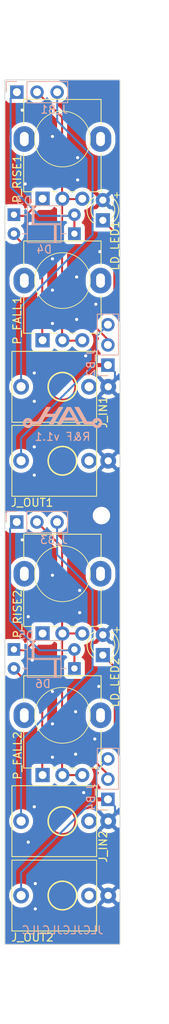
<source format=kicad_pcb>
(kicad_pcb (version 20240108) (generator "pcbnew") (generator_version "8.0")
  (title_block (rev "v1.1"))
  (layers (0 "F.Cu" signal) (31 "B.Cu" signal) (34 "B.Paste" user) (35 "F.Paste" user) (36 "B.SilkS" user "B.Silkscreen") (37 "F.SilkS" user "F.Silkscreen") (38 "B.Mask" user) (39 "F.Mask" user) (44 "Edge.Cuts" user))
  (net 0 "")
  (net 1 "GND")
  (net 2 "Net-(J_B2-Pad2)")
  (net 3 "Net-(J_B4-Pad2)")
  (net 4 "Net-(D3-Pad1)")
  (net 5 "Net-(J_B1-Pad2)")
  (net 6 "Net-(D6-Pad2)")
  (net 7 "Net-(J_B3-Pad2)")
  (net 8 "Net-(D4-Pad2)")
  (net 9 "Net-(D5-Pad1)")
  (net 10 "Net-(J_B1-Pad3)")
  (net 12 "Net-(J_B3-Pad3)")
  (net 14 "Net-(J_B2-Pad3)")
  (net 16 "Net-(J_B4-Pad3)")
  (net 18 "Net-(D3-Pad2)")
  (net 19 "Net-(D5-Pad2)")
  (footprint "Eurorack:PJ301M-12" (layer "F.Cu") (at 38.47 89.1286 90)
    (property "Reference" "J_OUT1" (at -5.2578 -3.8244 0) (layer "F.SilkS"))
    (property "Value" "PJ301M-12" (hide yes))
    (fp_rect (start -4.455 -6.362039) (end 4.445 4.305961) (stroke (width 0.12)) (fill none) (layer "F.SilkS"))
    (fp_circle (center 0 0) (end 1.796051 0) (stroke (width 0.2)) (fill none) (layer "F.SilkS"))
    (pad "GND" thru_hole circle (at 0 5.766 90) (size 2 2) (drill 0.9) (layers "*.Cu" "*.Mask") (net 1 "GND"))
    (pad "SIG" thru_hole circle (at 0 -5.207 90) (size 2 2) (drill 1.15) (layers "*.Cu" "*.Mask") (net 14 "Net-(J_B2-Pad3)"))
    (pad "SW" thru_hole circle (at 0 3.353 90) (size 2 2) (drill 1.14) (layers "*.Cu" "*.Mask"))
    (zone (net 0) (net_name "") (layer "F.Cu") (connect_pads (clearance 0)) (min_thickness 0.254)
      (keepout (tracks not_allowed) (vias not_allowed) (pads not_allowed) (copperpour not_allowed) (footprints allowed))
      (fill (thermal_gap 0.508) (thermal_bridge_width 0.508))
      (polygon (pts (xy 38.47 87.623459) (xy 38.224171 87.64367) (xy 37.984945 87.703759) (xy 37.758744 87.802114) (xy 37.551645 87.936092) (xy 37.36921 88.102096) (xy 37.216336 88.295668) (xy 37.097131 88.511608) (xy 37.014794 88.744118) (xy 36.971539 88.986954) (xy 36.968525 89.233593) (xy 37.005835 89.477413) (xy 37.082466 89.711866) (xy 37.19636 89.930654) (xy 37.344458 90.127903) (xy 37.522784 90.298314) (xy 37.726548 90.437312) (xy 37.950278 90.541164) (xy 38.187965 90.607081) (xy 38.433226 90.633292) (xy 38.679475 90.619093) (xy 38.920099 90.564866) (xy 39.148634 90.472068) (xy 39.358945 90.343189) (xy 39.545382 90.181692) (xy 39.702939 89.991913) (xy 39.827385 89.77895) (xy 39.915377 89.548521) (xy 39.964553 89.306815) (xy 39.973592 89.060322) (xy 39.94225 88.815664) (xy 39.87137 88.579409) (xy 39.762856 88.357903) (xy 39.619621 88.157095) (xy 39.445512 87.982377) (xy 39.245205 87.838442) (xy 39.024079 87.729155) (xy 38.788074 87.657451) (xy 38.543526 87.625256)))
    )
  )
  (footprint "Eurorack:Potentiometer Alpha RD901F-40-00D" (layer "F.Cu") (at 38.47 66.4972 90)
    (property "Reference" "P_FALL1" (at -5.0038 -5.704 90) (layer "F.SilkS"))
    (property "Value" "A1M" (hide yes))
    (fp_line (start -6.6148 -4.88) (end -1.8948 -4.88) (stroke (width 0.12)) (layer "F.SilkS"))
    (fp_line (start 1.9152 -4.87) (end 4.9752 -4.87) (stroke (width 0.12)) (layer "F.SilkS"))
    (fp_line (start -6.6148 -3.69) (end -6.6148 -4.87) (stroke (width 0.12)) (layer "F.SilkS"))
    (fp_line (start -6.6148 -0.79) (end -6.6148 -1.32) (stroke (width 0.12)) (layer "F.SilkS"))
    (fp_line (start -6.6148 1.66) (end -6.6148 0.83) (stroke (width 0.12)) (layer "F.SilkS"))
    (fp_line (start 4.9752 4.87) (end 4.9752 -4.87) (stroke (width 0.12)) (layer "F.SilkS"))
    (fp_line (start 1.9152 4.87) (end 4.9752 4.87) (stroke (width 0.12)) (layer "F.SilkS"))
    (fp_line (start -6.6148 4.87) (end -6.6148 3.38) (stroke (width 0.12)) (layer "F.SilkS"))
    (fp_line (start -6.6148 4.87) (end -1.8948 4.87) (stroke (width 0.12)) (layer "F.SilkS"))
    (fp_circle (center 0.0052 0) (end 3.5052 0) (stroke (width 0.1)) (fill none) (layer "F.SilkS"))
    (pad "" thru_hole oval (at 0.0052 -4.8 180) (size 2.72 3.24) (drill oval 1.1 1.8) (layers "*.Cu" "*.Mask"))
    (pad "" thru_hole oval (at 0.0052 4.8 180) (size 2.72 3.24) (drill oval 1.1 1.8) (layers "*.Cu" "*.Mask"))
    (pad "1" thru_hole rect (at -7.4948 -2.5 180) (size 1.8 1.8) (drill 1) (layers "*.Cu" "*.Mask") (net 8 "Net-(D4-Pad2)"))
    (pad "2" thru_hole circle (at -7.4948 0 180) (size 1.8 1.8) (drill 1) (layers "*.Cu" "*.Mask") (net 5 "Net-(J_B1-Pad2)"))
    (pad "3" thru_hole circle (at -7.4948 2.5 180) (size 1.8 1.8) (drill 1) (layers "*.Cu" "*.Mask") (net 5 "Net-(J_B1-Pad2)"))
  )
  (footprint "Eurorack:Potentiometer Alpha RD901F-40-00D" (layer "F.Cu") (at 38.47 121.1072 90)
    (property "Reference" "P_FALL2" (at -5.0446 -5.6532 90) (layer "F.SilkS"))
    (property "Value" "A1M" (hide yes))
    (fp_line (start -6.6148 -4.88) (end -1.8948 -4.88) (stroke (width 0.12)) (layer "F.SilkS"))
    (fp_line (start 1.9152 -4.87) (end 4.9752 -4.87) (stroke (width 0.12)) (layer "F.SilkS"))
    (fp_line (start -6.6148 -3.69) (end -6.6148 -4.87) (stroke (width 0.12)) (layer "F.SilkS"))
    (fp_line (start -6.6148 -0.79) (end -6.6148 -1.32) (stroke (width 0.12)) (layer "F.SilkS"))
    (fp_line (start -6.6148 1.66) (end -6.6148 0.83) (stroke (width 0.12)) (layer "F.SilkS"))
    (fp_line (start 4.9752 4.87) (end 4.9752 -4.87) (stroke (width 0.12)) (layer "F.SilkS"))
    (fp_line (start 1.9152 4.87) (end 4.9752 4.87) (stroke (width 0.12)) (layer "F.SilkS"))
    (fp_line (start -6.6148 4.87) (end -6.6148 3.38) (stroke (width 0.12)) (layer "F.SilkS"))
    (fp_line (start -6.6148 4.87) (end -1.8948 4.87) (stroke (width 0.12)) (layer "F.SilkS"))
    (fp_circle (center 0.0052 0) (end 3.5052 0) (stroke (width 0.1)) (fill none) (layer "F.SilkS"))
    (pad "" thru_hole oval (at 0.0052 -4.8 180) (size 2.72 3.24) (drill oval 1.1 1.8) (layers "*.Cu" "*.Mask"))
    (pad "" thru_hole oval (at 0.0052 4.8 180) (size 2.72 3.24) (drill oval 1.1 1.8) (layers "*.Cu" "*.Mask"))
    (pad "1" thru_hole rect (at -7.4948 -2.5 180) (size 1.8 1.8) (drill 1) (layers "*.Cu" "*.Mask") (net 6 "Net-(D6-Pad2)"))
    (pad "2" thru_hole circle (at -7.4948 0 180) (size 1.8 1.8) (drill 1) (layers "*.Cu" "*.Mask") (net 7 "Net-(J_B3-Pad2)"))
    (pad "3" thru_hole circle (at -7.4948 2.5 180) (size 1.8 1.8) (drill 1) (layers "*.Cu" "*.Mask") (net 7 "Net-(J_B3-Pad2)"))
  )
  (footprint "LED_THT:LED_D3.0mm_FlatTop" (layer "F.Cu") (at 43.561 113.538 90)
    (property "Reference" "LD_LED2" (at -3.429 1.524 90) (layer "F.SilkS"))
    (property "Value" "LED (Bi)")
    (fp_line (start -0.29 -1.236) (end -0.29 -1.08) (stroke (width 0.12)) (layer "F.SilkS"))
    (fp_line (start -0.29 1.08) (end -0.29 1.236) (stroke (width 0.12)) (layer "F.SilkS"))
    (fp_line (start 3.175 1.463) (end 3.175 2.093) (stroke (width 0.12)) (layer "F.SilkS"))
    (fp_line (start 2.86 1.778) (end 3.49 1.778) (stroke (width 0.12)) (layer "F.SilkS"))
    (fp_arc (start -0.29 -1.235516) (mid 1.366487 -1.987659) (end 2.942335 -1.078608) (stroke (width 0.12)) (layer "F.SilkS"))
    (fp_arc (start 0.229039 -1.08) (mid 1.270117 -1.5) (end 2.31113 -1.079837) (stroke (width 0.12)) (layer "F.SilkS"))
    (fp_arc (start 2.942335 1.078608) (mid 1.366487 1.987659) (end -0.29 1.235516) (stroke (width 0.12)) (layer "F.SilkS"))
    (fp_arc (start 2.31113 1.079837) (mid 1.270117 1.5) (end 0.229039 1.08) (stroke (width 0.12)) (layer "F.SilkS"))
    (pad "1" thru_hole rect (at 0 0 90) (size 1.8 1.8) (drill 0.9) (layers "*.Cu" "*.Mask") (net 3 "Net-(J_B4-Pad2)"))
    (pad "2" thru_hole circle (at 2.54 0 90) (size 1.8 1.8) (drill 0.9) (layers "*.Cu" "*.Mask") (net 1 "GND"))
  )
  (footprint "Eurorack:Potentiometer Alpha RD901F-40-00D" (layer "F.Cu") (at 38.47 103.3272 90)
    (property "Reference" "P_RISE2" (at -5.0546 -5.6532 90) (layer "F.SilkS"))
    (property "Value" "A1M" (hide yes))
    (fp_line (start -6.6148 -4.88) (end -1.8948 -4.88) (stroke (width 0.12)) (layer "F.SilkS"))
    (fp_line (start 1.9152 -4.87) (end 4.9752 -4.87) (stroke (width 0.12)) (layer "F.SilkS"))
    (fp_line (start -6.6148 -3.69) (end -6.6148 -4.87) (stroke (width 0.12)) (layer "F.SilkS"))
    (fp_line (start -6.6148 -0.79) (end -6.6148 -1.32) (stroke (width 0.12)) (layer "F.SilkS"))
    (fp_line (start -6.6148 1.66) (end -6.6148 0.83) (stroke (width 0.12)) (layer "F.SilkS"))
    (fp_line (start 4.9752 4.87) (end 4.9752 -4.87) (stroke (width 0.12)) (layer "F.SilkS"))
    (fp_line (start 1.9152 4.87) (end 4.9752 4.87) (stroke (width 0.12)) (layer "F.SilkS"))
    (fp_line (start -6.6148 4.87) (end -6.6148 3.38) (stroke (width 0.12)) (layer "F.SilkS"))
    (fp_line (start -6.6148 4.87) (end -1.8948 4.87) (stroke (width 0.12)) (layer "F.SilkS"))
    (fp_circle (center 0.0052 0) (end 3.5052 0) (stroke (width 0.1)) (fill none) (layer "F.SilkS"))
    (pad "" thru_hole oval (at 0.0052 -4.8 180) (size 2.72 3.24) (drill oval 1.1 1.8) (layers "*.Cu" "*.Mask"))
    (pad "" thru_hole oval (at 0.0052 4.8 180) (size 2.72 3.24) (drill oval 1.1 1.8) (layers "*.Cu" "*.Mask"))
    (pad "1" thru_hole rect (at -7.4948 -2.5 180) (size 1.8 1.8) (drill 1) (layers "*.Cu" "*.Mask") (net 9 "Net-(D5-Pad1)"))
    (pad "2" thru_hole circle (at -7.4948 0 180) (size 1.8 1.8) (drill 1) (layers "*.Cu" "*.Mask") (net 7 "Net-(J_B3-Pad2)"))
    (pad "3" thru_hole circle (at -7.4948 2.5 180) (size 1.8 1.8) (drill 1) (layers "*.Cu" "*.Mask") (net 7 "Net-(J_B3-Pad2)"))
  )
  (footprint "Eurorack:PJ301M-12" (layer "F.Cu") (at 38.47 134.3914 90)
    (property "Reference" "J_IN2" (at -3.2004 5.1164 90) (layer "F.SilkS"))
    (property "Value" "PJ301M-12" (hide yes))
    (fp_rect (start -4.455 -6.362039) (end 4.445 4.305961) (stroke (width 0.12)) (fill none) (layer "F.SilkS"))
    (fp_circle (center 0 0) (end 1.796051 0) (stroke (width 0.2)) (fill none) (layer "F.SilkS"))
    (pad "GND" thru_hole circle (at 0 5.766 90) (size 2 2) (drill 0.9) (layers "*.Cu" "*.Mask") (net 1 "GND"))
    (pad "SIG" thru_hole circle (at 0 -5.207 90) (size 2 2) (drill 1.15) (layers "*.Cu" "*.Mask") (net 12 "Net-(J_B3-Pad3)"))
    (pad "SW" thru_hole circle (at 0 3.353 90) (size 2 2) (drill 1.14) (layers "*.Cu" "*.Mask"))
    (zone (net 0) (net_name "") (layer "F.Cu") (connect_pads (clearance 0)) (min_thickness 0.254)
      (keepout (tracks not_allowed) (vias not_allowed) (pads not_allowed) (copperpour not_allowed) (footprints allowed))
      (fill (thermal_gap 0.508) (thermal_bridge_width 0.508))
      (polygon (pts (xy 38.47 132.886259) (xy 38.224171 132.90647) (xy 37.984945 132.966559) (xy 37.758744 133.064914) (xy 37.551645 133.198892) (xy 37.36921 133.364896) (xy 37.216336 133.558468) (xy 37.097131 133.774408) (xy 37.014794 134.006918) (xy 36.971539 134.249754) (xy 36.968525 134.496393) (xy 37.005835 134.740213) (xy 37.082466 134.974666) (xy 37.19636 135.193454) (xy 37.344458 135.390703) (xy 37.522784 135.561114) (xy 37.726548 135.700112) (xy 37.950278 135.803964) (xy 38.187965 135.869881) (xy 38.433226 135.896092) (xy 38.679475 135.881893) (xy 38.920099 135.827666) (xy 39.148634 135.734868) (xy 39.358945 135.605989) (xy 39.545382 135.444492) (xy 39.702939 135.254713) (xy 39.827385 135.04175) (xy 39.915377 134.811321) (xy 39.964553 134.569615) (xy 39.973592 134.323122) (xy 39.94225 134.078464) (xy 39.87137 133.842209) (xy 39.762856 133.620703) (xy 39.619621 133.419895) (xy 39.445512 133.245177) (xy 39.245205 133.101242) (xy 39.024079 132.991955) (xy 38.788074 132.920251) (xy 38.543526 132.888056)))
    )
  )
  (footprint "Eurorack:PJ301M-12" (layer "F.Cu") (at 38.47 143.7386 90)
    (property "Reference" "J_OUT2" (at -5.2578 -3.7736 0) (layer "F.SilkS"))
    (property "Value" "PJ301M-12" (hide yes))
    (fp_rect (start -4.455 -6.362039) (end 4.445 4.305961) (stroke (width 0.12)) (fill none) (layer "F.SilkS"))
    (fp_circle (center 0 0) (end 1.796051 0) (stroke (width 0.2)) (fill none) (layer "F.SilkS"))
    (pad "GND" thru_hole circle (at 0 5.766 90) (size 2 2) (drill 0.9) (layers "*.Cu" "*.Mask") (net 1 "GND"))
    (pad "SIG" thru_hole circle (at 0 -5.207 90) (size 2 2) (drill 1.15) (layers "*.Cu" "*.Mask") (net 16 "Net-(J_B4-Pad3)"))
    (pad "SW" thru_hole circle (at 0 3.353 90) (size 2 2) (drill 1.14) (layers "*.Cu" "*.Mask"))
    (zone (net 0) (net_name "") (layer "F.Cu") (connect_pads (clearance 0)) (min_thickness 0.254)
      (keepout (tracks not_allowed) (vias not_allowed) (pads not_allowed) (copperpour not_allowed) (footprints allowed))
      (fill (thermal_gap 0.508) (thermal_bridge_width 0.508))
      (polygon (pts (xy 38.47 142.233459) (xy 38.224171 142.25367) (xy 37.984945 142.313759) (xy 37.758744 142.412114) (xy 37.551645 142.546092) (xy 37.36921 142.712096) (xy 37.216336 142.905668) (xy 37.097131 143.121608) (xy 37.014794 143.354118) (xy 36.971539 143.596954) (xy 36.968525 143.843593) (xy 37.005835 144.087413) (xy 37.082466 144.321866) (xy 37.19636 144.540654) (xy 37.344458 144.737903) (xy 37.522784 144.908314) (xy 37.726548 145.047312) (xy 37.950278 145.151164) (xy 38.187965 145.217081) (xy 38.433226 145.243292) (xy 38.679475 145.229093) (xy 38.920099 145.174866) (xy 39.148634 145.082068) (xy 39.358945 144.953189) (xy 39.545382 144.791692) (xy 39.702939 144.601913) (xy 39.827385 144.38895) (xy 39.915377 144.158521) (xy 39.964553 143.916815) (xy 39.973592 143.670322) (xy 39.94225 143.425664) (xy 39.87137 143.189409) (xy 39.762856 142.967903) (xy 39.619621 142.767095) (xy 39.445512 142.592377) (xy 39.245205 142.448442) (xy 39.024079 142.339155) (xy 38.788074 142.267451) (xy 38.543526 142.235256)))
    )
  )
  (footprint "Eurorack:PJ301M-12" (layer "F.Cu") (at 38.47 79.8322 90)
    (property "Reference" "J_IN1" (at -3.2004 5.1164 90) (layer "F.SilkS"))
    (property "Value" "PJ301M-12" (hide yes))
    (fp_rect (start -4.455 -6.362039) (end 4.445 4.305961) (stroke (width 0.12)) (fill none) (layer "F.SilkS"))
    (fp_circle (center 0 0) (end 1.796051 0) (stroke (width 0.2)) (fill none) (layer "F.SilkS"))
    (pad "GND" thru_hole circle (at 0 5.766 90) (size 2 2) (drill 0.9) (layers "*.Cu" "*.Mask") (net 1 "GND"))
    (pad "SIG" thru_hole circle (at 0 -5.207 90) (size 2 2) (drill 1.15) (layers "*.Cu" "*.Mask") (net 10 "Net-(J_B1-Pad3)"))
    (pad "SW" thru_hole circle (at 0 3.353 90) (size 2 2) (drill 1.14) (layers "*.Cu" "*.Mask"))
    (zone (net 0) (net_name "") (layer "F.Cu") (connect_pads (clearance 0)) (min_thickness 0.254)
      (keepout (tracks not_allowed) (vias not_allowed) (pads not_allowed) (copperpour not_allowed) (footprints allowed))
      (fill (thermal_gap 0.508) (thermal_bridge_width 0.508))
      (polygon (pts (xy 38.47 78.327059) (xy 38.224171 78.34727) (xy 37.984945 78.407359) (xy 37.758744 78.505714) (xy 37.551645 78.639692) (xy 37.36921 78.805696) (xy 37.216336 78.999268) (xy 37.097131 79.215208) (xy 37.014794 79.447718) (xy 36.971539 79.690554) (xy 36.968525 79.937193) (xy 37.005835 80.181013) (xy 37.082466 80.415466) (xy 37.19636 80.634254) (xy 37.344458 80.831503) (xy 37.522784 81.001914) (xy 37.726548 81.140912) (xy 37.950278 81.244764) (xy 38.187965 81.310681) (xy 38.433226 81.336892) (xy 38.679475 81.322693) (xy 38.920099 81.268466) (xy 39.148634 81.175668) (xy 39.358945 81.046789) (xy 39.545382 80.885292) (xy 39.702939 80.695513) (xy 39.827385 80.48255) (xy 39.915377 80.252121) (xy 39.964553 80.010415) (xy 39.973592 79.763922) (xy 39.94225 79.519264) (xy 39.87137 79.283009) (xy 39.762856 79.061503) (xy 39.619621 78.860695) (xy 39.445512 78.685977) (xy 39.245205 78.542042) (xy 39.024079 78.432755) (xy 38.788074 78.361051) (xy 38.543526 78.328856)))
    )
  )
  (footprint "Eurorack:Potentiometer Alpha RD901F-40-00D" (layer "F.Cu") (at 38.47 48.7172 90)
    (property "Reference" "P_RISE1" (at -5.0038 -5.704 90) (layer "F.SilkS"))
    (property "Value" "A1M" (hide yes))
    (fp_line (start -6.6148 -4.88) (end -1.8948 -4.88) (stroke (width 0.12)) (layer "F.SilkS"))
    (fp_line (start 1.9152 -4.87) (end 4.9752 -4.87) (stroke (width 0.12)) (layer "F.SilkS"))
    (fp_line (start -6.6148 -3.69) (end -6.6148 -4.87) (stroke (width 0.12)) (layer "F.SilkS"))
    (fp_line (start -6.6148 -0.79) (end -6.6148 -1.32) (stroke (width 0.12)) (layer "F.SilkS"))
    (fp_line (start -6.6148 1.66) (end -6.6148 0.83) (stroke (width 0.12)) (layer "F.SilkS"))
    (fp_line (start 4.9752 4.87) (end 4.9752 -4.87) (stroke (width 0.12)) (layer "F.SilkS"))
    (fp_line (start 1.9152 4.87) (end 4.9752 4.87) (stroke (width 0.12)) (layer "F.SilkS"))
    (fp_line (start -6.6148 4.87) (end -6.6148 3.38) (stroke (width 0.12)) (layer "F.SilkS"))
    (fp_line (start -6.6148 4.87) (end -1.8948 4.87) (stroke (width 0.12)) (layer "F.SilkS"))
    (fp_circle (center 0.0052 0) (end 3.5052 0) (stroke (width 0.1)) (fill none) (layer "F.SilkS"))
    (pad "" thru_hole oval (at 0.0052 -4.8 180) (size 2.72 3.24) (drill oval 1.1 1.8) (layers "*.Cu" "*.Mask"))
    (pad "" thru_hole oval (at 0.0052 4.8 180) (size 2.72 3.24) (drill oval 1.1 1.8) (layers "*.Cu" "*.Mask"))
    (pad "1" thru_hole rect (at -7.4948 -2.5 180) (size 1.8 1.8) (drill 1) (layers "*.Cu" "*.Mask") (net 4 "Net-(D3-Pad1)"))
    (pad "2" thru_hole circle (at -7.4948 0 180) (size 1.8 1.8) (drill 1) (layers "*.Cu" "*.Mask") (net 5 "Net-(J_B1-Pad2)"))
    (pad "3" thru_hole circle (at -7.4948 2.5 180) (size 1.8 1.8) (drill 1) (layers "*.Cu" "*.Mask") (net 5 "Net-(J_B1-Pad2)"))
  )
  (footprint "Eurorack:M2 Screw Hole" (layer "F.Cu") (at 43.3832 96.012)
    (property "Reference" "REF**" (hide yes))
    (property "Value" "M2 Screw Hole" (hide yes))
    (pad "" thru_hole circle (at 0 0) (size 3.8 3.8) (drill 2.2) (layers "*.Cu" "*.Mask") (net 1 "GND"))
  )
  (footprint "LED_THT:LED_D3.0mm_FlatTop" (layer "F.Cu") (at 43.561 58.928 90)
    (property "Reference" "LD_LED1" (at -3.175 1.524 90) (layer "F.SilkS"))
    (property "Value" "LED (Bi)")
    (fp_line (start -0.29 -1.236) (end -0.29 -1.08) (stroke (width 0.12)) (layer "F.SilkS"))
    (fp_line (start -0.29 1.08) (end -0.29 1.236) (stroke (width 0.12)) (layer "F.SilkS"))
    (fp_line (start 3.175 1.463) (end 3.175 2.093) (stroke (width 0.12)) (layer "F.SilkS"))
    (fp_line (start 2.86 1.778) (end 3.49 1.778) (stroke (width 0.12)) (layer "F.SilkS"))
    (fp_arc (start -0.29 -1.235516) (mid 1.366487 -1.987659) (end 2.942335 -1.078608) (stroke (width 0.12)) (layer "F.SilkS"))
    (fp_arc (start 0.229039 -1.08) (mid 1.270117 -1.5) (end 2.31113 -1.079837) (stroke (width 0.12)) (layer "F.SilkS"))
    (fp_arc (start 2.942335 1.078608) (mid 1.366487 1.987659) (end -0.29 1.235516) (stroke (width 0.12)) (layer "F.SilkS"))
    (fp_arc (start 2.31113 1.079837) (mid 1.270117 1.5) (end 0.229039 1.08) (stroke (width 0.12)) (layer "F.SilkS"))
    (pad "1" thru_hole rect (at 0 0 90) (size 1.8 1.8) (drill 0.9) (layers "*.Cu" "*.Mask") (net 2 "Net-(J_B2-Pad2)"))
    (pad "2" thru_hole circle (at 2.54 0 90) (size 1.8 1.8) (drill 0.9) (layers "*.Cu" "*.Mask") (net 1 "GND"))
  )
  (footprint "Connector_PinHeader_2.54mm:PinHeader_1x03_P2.54mm_Vertical" (layer "B.Cu") (at 44.196 77.1144)
    (property "Reference" "J_B2" (at -2.1336 -0.3048 90) (layer "B.SilkS") (effects (justify mirror)))
    (property "Value" "Conn_01x03_Female")
    (fp_line (start -1.33 -6.41) (end 1.33 -6.41) (stroke (width 0.12)) (layer "B.SilkS"))
    (fp_line (start -1.33 -1.27) (end -1.33 -6.41) (stroke (width 0.12)) (layer "B.SilkS"))
    (fp_line (start -1.33 -1.27) (end 1.33 -1.27) (stroke (width 0.12)) (layer "B.SilkS"))
    (fp_line (start -1.33 0) (end -1.33 1.33) (stroke (width 0.12)) (layer "B.SilkS"))
    (fp_line (start -1.33 1.33) (end 0 1.33) (stroke (width 0.12)) (layer "B.SilkS"))
    (fp_line (start 1.33 -1.27) (end 1.33 -6.41) (stroke (width 0.12)) (layer "B.SilkS"))
    (pad "1" thru_hole rect (at 0 0) (size 1.7 1.7) (drill 1) (layers "*.Cu" "*.Mask") (net 1 "GND"))
    (pad "2" thru_hole oval (at 0 -2.54) (size 1.7 1.7) (drill 1) (layers "*.Cu" "*.Mask") (net 2 "Net-(J_B2-Pad2)"))
    (pad "3" thru_hole oval (at 0 -5.08) (size 1.7 1.7) (drill 1) (layers "*.Cu" "*.Mask") (net 14 "Net-(J_B2-Pad3)"))
  )
  (footprint "Connector_PinHeader_2.54mm:PinHeader_1x03_P2.54mm_Vertical" (layer "B.Cu") (at 44.196 131.6586)
    (property "Reference" "J_B4" (at -2.1336 -0.2898 90) (layer "B.SilkS") (effects (justify mirror)))
    (property "Value" "Conn_01x03_Female")
    (fp_line (start -1.33 -6.41) (end 1.33 -6.41) (stroke (width 0.12)) (layer "B.SilkS"))
    (fp_line (start -1.33 -1.27) (end -1.33 -6.41) (stroke (width 0.12)) (layer "B.SilkS"))
    (fp_line (start -1.33 -1.27) (end 1.33 -1.27) (stroke (width 0.12)) (layer "B.SilkS"))
    (fp_line (start -1.33 0) (end -1.33 1.33) (stroke (width 0.12)) (layer "B.SilkS"))
    (fp_line (start -1.33 1.33) (end 0 1.33) (stroke (width 0.12)) (layer "B.SilkS"))
    (fp_line (start 1.33 -1.27) (end 1.33 -6.41) (stroke (width 0.12)) (layer "B.SilkS"))
    (pad "1" thru_hole rect (at 0 0) (size 1.7 1.7) (drill 1) (layers "*.Cu" "*.Mask") (net 1 "GND"))
    (pad "2" thru_hole oval (at 0 -2.54) (size 1.7 1.7) (drill 1) (layers "*.Cu" "*.Mask") (net 3 "Net-(J_B4-Pad2)"))
    (pad "3" thru_hole oval (at 0 -5.08) (size 1.7 1.7) (drill 1) (layers "*.Cu" "*.Mask") (net 16 "Net-(J_B4-Pad3)"))
  )
  (footprint "Connector_PinHeader_2.54mm:PinHeader_1x03_P2.54mm_Vertical" (layer "B.Cu") (at 32.7152 96.8248 -90)
    (property "Reference" "J_B3" (at 2.2352 -4.6736 0) (layer "B.SilkS") (effects (justify mirror)))
    (property "Value" "Conn_01x03_Female")
    (fp_line (start -1.33 1.33) (end 0 1.33) (stroke (width 0.12)) (layer "B.SilkS"))
    (fp_line (start -1.33 0) (end -1.33 1.33) (stroke (width 0.12)) (layer "B.SilkS"))
    (fp_line (start -1.33 -1.27) (end 1.33 -1.27) (stroke (width 0.12)) (layer "B.SilkS"))
    (fp_line (start -1.33 -1.27) (end -1.33 -6.41) (stroke (width 0.12)) (layer "B.SilkS"))
    (fp_line (start 1.33 -1.27) (end 1.33 -6.41) (stroke (width 0.12)) (layer "B.SilkS"))
    (fp_line (start -1.33 -6.41) (end 1.33 -6.41) (stroke (width 0.12)) (layer "B.SilkS"))
    (pad "1" thru_hole rect (at 0 0 270) (size 1.7 1.7) (drill 1) (layers "*.Cu" "*.Mask") (net 19 "Net-(D5-Pad2)"))
    (pad "2" thru_hole oval (at 0 -2.54 270) (size 1.7 1.7) (drill 1) (layers "*.Cu" "*.Mask") (net 7 "Net-(J_B3-Pad2)"))
    (pad "3" thru_hole oval (at 0 -5.08 270) (size 1.7 1.7) (drill 1) (layers "*.Cu" "*.Mask") (net 12 "Net-(J_B3-Pad3)"))
  )
  (footprint "Diode_THT:D_DO-35_SOD27_P7.62mm_Horizontal" (layer "B.Cu") (at 39.9796 60.6044 180)
    (property "Reference" "D4" (at 3.81 -1.9812 0) (layer "B.SilkS") (effects (justify mirror)))
    (property "Value" "1N4148")
    (fp_line (start 6.58 0) (end 5.93 0) (stroke (width 0.12)) (layer "B.SilkS"))
    (fp_line (start 5.93 1.12) (end 1.69 1.12) (stroke (width 0.12)) (layer "B.SilkS"))
    (fp_line (start 5.93 -1.12) (end 5.93 1.12) (stroke (width 0.12)) (layer "B.SilkS"))
    (fp_line (start 2.53 1.12) (end 2.53 -1.12) (stroke (width 0.12)) (layer "B.SilkS"))
    (fp_line (start 2.41 1.12) (end 2.41 -1.12) (stroke (width 0.12)) (layer "B.SilkS"))
    (fp_line (start 2.29 1.12) (end 2.29 -1.12) (stroke (width 0.12)) (layer "B.SilkS"))
    (fp_line (start 1.69 1.12) (end 1.69 -1.12) (stroke (width 0.12)) (layer "B.SilkS"))
    (fp_line (start 1.69 -1.12) (end 5.93 -1.12) (stroke (width 0.12)) (layer "B.SilkS"))
    (fp_line (start 1.04 0) (end 1.69 0) (stroke (width 0.12)) (layer "B.SilkS"))
    (pad "1" thru_hole rect (at 0 0 180) (size 1.6 1.6) (drill 0.8) (layers "*.Cu" "*.Mask") (net 18 "Net-(D3-Pad2)"))
    (pad "2" thru_hole oval (at 7.62 0 180) (size 1.6 1.6) (drill 0.8) (layers "*.Cu" "*.Mask") (net 8 "Net-(D4-Pad2)"))
  )
  (footprint "Diode_THT:D_DO-35_SOD27_P7.62mm_Horizontal" (layer "B.Cu") (at 32.3596 58.2168)
    (property "Reference" "D3" (at 1.27 -1.778 180) (layer "B.SilkS") (effects (justify mirror)))
    (property "Value" "1N4148")
    (fp_line (start 1.04 0) (end 1.69 0) (stroke (width 0.12)) (layer "B.SilkS"))
    (fp_line (start 1.69 -1.12) (end 5.93 -1.12) (stroke (width 0.12)) (layer "B.SilkS"))
    (fp_line (start 1.69 1.12) (end 1.69 -1.12) (stroke (width 0.12)) (layer "B.SilkS"))
    (fp_line (start 2.29 1.12) (end 2.29 -1.12) (stroke (width 0.12)) (layer "B.SilkS"))
    (fp_line (start 2.41 1.12) (end 2.41 -1.12) (stroke (width 0.12)) (layer "B.SilkS"))
    (fp_line (start 2.53 1.12) (end 2.53 -1.12) (stroke (width 0.12)) (layer "B.SilkS"))
    (fp_line (start 5.93 -1.12) (end 5.93 1.12) (stroke (width 0.12)) (layer "B.SilkS"))
    (fp_line (start 5.93 1.12) (end 1.69 1.12) (stroke (width 0.12)) (layer "B.SilkS"))
    (fp_line (start 6.58 0) (end 5.93 0) (stroke (width 0.12)) (layer "B.SilkS"))
    (pad "1" thru_hole rect (at 0 0) (size 1.6 1.6) (drill 0.8) (layers "*.Cu" "*.Mask") (net 4 "Net-(D3-Pad1)"))
    (pad "2" thru_hole oval (at 7.62 0) (size 1.6 1.6) (drill 0.8) (layers "*.Cu" "*.Mask") (net 18 "Net-(D3-Pad2)"))
  )
  (footprint "Diode_THT:D_DO-35_SOD27_P7.62mm_Horizontal" (layer "B.Cu") (at 32.3596 112.8268)
    (property "Reference" "D5" (at 1.524 -1.778 180) (layer "B.SilkS") (effects (justify mirror)))
    (property "Value" "1N4148")
    (fp_line (start 1.04 0) (end 1.69 0) (stroke (width 0.12)) (layer "B.SilkS"))
    (fp_line (start 1.69 -1.12) (end 5.93 -1.12) (stroke (width 0.12)) (layer "B.SilkS"))
    (fp_line (start 1.69 1.12) (end 1.69 -1.12) (stroke (width 0.12)) (layer "B.SilkS"))
    (fp_line (start 2.29 1.12) (end 2.29 -1.12) (stroke (width 0.12)) (layer "B.SilkS"))
    (fp_line (start 2.41 1.12) (end 2.41 -1.12) (stroke (width 0.12)) (layer "B.SilkS"))
    (fp_line (start 2.53 1.12) (end 2.53 -1.12) (stroke (width 0.12)) (layer "B.SilkS"))
    (fp_line (start 5.93 -1.12) (end 5.93 1.12) (stroke (width 0.12)) (layer "B.SilkS"))
    (fp_line (start 5.93 1.12) (end 1.69 1.12) (stroke (width 0.12)) (layer "B.SilkS"))
    (fp_line (start 6.58 0) (end 5.93 0) (stroke (width 0.12)) (layer "B.SilkS"))
    (pad "1" thru_hole rect (at 0 0) (size 1.6 1.6) (drill 0.8) (layers "*.Cu" "*.Mask") (net 9 "Net-(D5-Pad1)"))
    (pad "2" thru_hole oval (at 7.62 0) (size 1.6 1.6) (drill 0.8) (layers "*.Cu" "*.Mask") (net 19 "Net-(D5-Pad2)"))
  )
  (footprint "Connector_PinHeader_2.54mm:PinHeader_1x03_P2.54mm_Vertical" (layer "B.Cu") (at 32.7302 42.8244 -90)
    (property "Reference" "J_B1" (at 2.1844 -4.7094 180) (layer "B.SilkS") (effects (justify mirror)))
    (property "Value" "Conn_01x03_Female")
    (fp_line (start -1.33 1.33) (end 0 1.33) (stroke (width 0.12)) (layer "B.SilkS"))
    (fp_line (start -1.33 0) (end -1.33 1.33) (stroke (width 0.12)) (layer "B.SilkS"))
    (fp_line (start -1.33 -1.27) (end 1.33 -1.27) (stroke (width 0.12)) (layer "B.SilkS"))
    (fp_line (start -1.33 -1.27) (end -1.33 -6.41) (stroke (width 0.12)) (layer "B.SilkS"))
    (fp_line (start 1.33 -1.27) (end 1.33 -6.41) (stroke (width 0.12)) (layer "B.SilkS"))
    (fp_line (start -1.33 -6.41) (end 1.33 -6.41) (stroke (width 0.12)) (layer "B.SilkS"))
    (pad "1" thru_hole rect (at 0 0 270) (size 1.7 1.7) (drill 1) (layers "*.Cu" "*.Mask") (net 18 "Net-(D3-Pad2)"))
    (pad "2" thru_hole oval (at 0 -2.54 270) (size 1.7 1.7) (drill 1) (layers "*.Cu" "*.Mask") (net 5 "Net-(J_B1-Pad2)"))
    (pad "3" thru_hole oval (at 0 -5.08 270) (size 1.7 1.7) (drill 1) (layers "*.Cu" "*.Mask") (net 10 "Net-(J_B1-Pad3)"))
  )
  (footprint "Diode_THT:D_DO-35_SOD27_P7.62mm_Horizontal" (layer "B.Cu") (at 39.9796 115.2144 180)
    (property "Reference" "D6" (at 3.9624 -1.9304 0) (layer "B.SilkS") (effects (justify mirror)))
    (property "Value" "1N4148")
    (fp_line (start 6.58 0) (end 5.93 0) (stroke (width 0.12)) (layer "B.SilkS"))
    (fp_line (start 5.93 1.12) (end 1.69 1.12) (stroke (width 0.12)) (layer "B.SilkS"))
    (fp_line (start 5.93 -1.12) (end 5.93 1.12) (stroke (width 0.12)) (layer "B.SilkS"))
    (fp_line (start 2.53 1.12) (end 2.53 -1.12) (stroke (width 0.12)) (layer "B.SilkS"))
    (fp_line (start 2.41 1.12) (end 2.41 -1.12) (stroke (width 0.12)) (layer "B.SilkS"))
    (fp_line (start 2.29 1.12) (end 2.29 -1.12) (stroke (width 0.12)) (layer "B.SilkS"))
    (fp_line (start 1.69 1.12) (end 1.69 -1.12) (stroke (width 0.12)) (layer "B.SilkS"))
    (fp_line (start 1.69 -1.12) (end 5.93 -1.12) (stroke (width 0.12)) (layer "B.SilkS"))
    (fp_line (start 1.04 0) (end 1.69 0) (stroke (width 0.12)) (layer "B.SilkS"))
    (pad "1" thru_hole rect (at 0 0 180) (size 1.6 1.6) (drill 0.8) (layers "*.Cu" "*.Mask") (net 19 "Net-(D5-Pad2)"))
    (pad "2" thru_hole oval (at 7.62 0 180) (size 1.6 1.6) (drill 0.8) (layers "*.Cu" "*.Mask") (net 6 "Net-(D6-Pad2)"))
  )
  (footprint "Logos:Avalon Harmonics Small 10mm" (layer "B.Cu") (at 38.481 83.693 180)
    (property "Reference" "G***" (hide yes))
    (property "Value" "LOGO" (hide yes))
    (fp_poly (pts (xy 0.079214 0.227091) (xy 0.134256 0.131095) (xy 0.188032 0.037276) (xy 0.240338 -0.054013) (xy 0.290972 -0.142414) (xy 0.33973 -0.227574) (xy 0.386409 -0.309134) (xy 0.430806 -0.386741) (xy 0.472718 -0.460038) (xy 0.511941 -0.528669) (xy 0.548273 -0.592279) (xy 0.581509 -0.650513) (xy 0.611448 -0.703013) (xy 0.637885 -0.749426) (xy 0.660618 -0.789394) (xy 0.679444 -0.822562) (xy 0.694158 -0.848575) (xy 0.704559 -0.867077) (xy 0.710442 -0.877711) (xy 0.711763 -0.880283) (xy 0.711837 -0.882078) (xy 0.71049 -0.883604) (xy 0.706995 -0.884881) (xy 0.700627 -0.885932) (xy 0.69066 -0.886779) (xy 0.676367 -0.887444) (xy 0.657023 -0.887948) (xy 0.631901 -0.888313) (xy 0.600275 -0.888562) (xy 0.56142 -0.888716) (xy 0.514608 -0.888797) (xy 0.459115 -0.888827) (xy 0.428224 -0.88883) (xy 0.142292 -0.88883) (xy 0.133055 -0.875399) (xy 0.128991 -0.868639) (xy 0.12071 -0.854153) (xy 0.108682 -0.832783) (xy 0.093376 -0.805375) (xy 0.07526 -0.77277) (xy 0.054805 -0.735813) (xy 0.032479 -0.695348) (xy 0.008751 -0.652217) (xy -0.002787 -0.631199) (xy -0.129392 -0.400429) (xy -0.830212 -0.401666) (xy -1.531033 -0.402904) (xy -1.658008 -0.640212) (xy -1.681852 -0.684744) (xy -1.704378 -0.726755) (xy -1.725154 -0.765444) (xy -1.743748 -0.80001) (xy -1.759728 -0.829649) (xy -1.772662 -0.853561) (xy -1.782118 -0.870944) (xy -1.787663 -0.880996) (xy -1.788935 -0.883175) (xy -1.794381 -0.884259) (xy -1.808401 -0.885243) (xy -1.829893 -0.886123) (xy -1.857756 -0.886896) (xy -1.890887 -0.887558) (xy -1.928184 -0.888105) (xy -1.968546 -0.888535) (xy -2.010869 -0.888843) (xy -2.054053 -0.889025) (xy -2.096995 -0.889079) (xy -2.138593 -0.889) (xy -2.177745 -0.888785) (xy -2.213349 -0.88843) (xy -2.244303 -0.887932) (xy -2.269505 -0.887287) (xy -2.287853 -0.886492) (xy -2.298245 -0.885542) (xy -2.300212 -0.884849) (xy -2.297839 -0.880307) (xy -2.290853 -0.867621) (xy -2.279455 -0.847145) (xy -2.263844 -0.819234) (xy -2.244221 -0.784242) (xy -2.220786 -0.742526) (xy -2.193738 -0.694438) (xy -2.163277 -0.640335) (xy -2.129604 -0.580571) (xy -2.092918 -0.5155) (xy -2.05342 -0.445478) (xy -2.01131 -0.370859) (xy -1.966787 -0.291999) (xy -1.920052 -0.209251) (xy -1.871304 -0.122971) (xy -1.820744 -0.033514) (xy -1.799726 0.003662) (xy -1.307377 0.003662) (xy -1.302892 0.003148) (xy -1.289294 0.002655) (xy -1.267238 0.002189) (xy -1.237378 0.001754) (xy -1.200369 0.001355) (xy -1.156865 0.000998) (xy -1.107521 0.000688) (xy -1.052992 0.000429) (xy -0.993932 0.000226) (xy -0.930995 0.000085) (xy -0.864837 0.000011) (xy -0.827549 0) (xy -0.748188 0.000007) (xy -0.678034 0.000034) (xy -0.616527 0.000093) (xy -0.563106 0.000191) (xy -0.517211 0.00034) (xy -0.478282 0.00055) (xy -0.445759 0.000829) (xy -0.41908 0.001189) (xy -0.397686 0.001639) (xy -0.381017 0.002188) (xy -0.368511 0.002847) (xy -0.35961 0.003626) (xy -0.353751 0.004535) (xy -0.350376 0.005583) (xy -0.348924 0.00678) (xy -0.348834 0.008137) (xy -0.348941 0.008456) (xy -0.351827 0.01437) (xy -0.358834 0.028025) (xy -0.3695 0.048537) (xy -0.383359 0.075024) (xy -0.39995 0.106601) (xy -0.418809 0.142385) (xy -0.439472 0.181492) (xy -0.460988 0.222117) (xy -0.486515 0.270262) (xy -0.515534 0.324993) (xy -0.54696 0.384262) (xy -0.579708 0.446025) (xy -0.612694 0.508238) (xy -0.644834 0.568854) (xy -0.675044 0.62583) (xy -0.693537 0.660708) (xy -0.721627 0.713558) (xy -0.745547 0.758261) (xy -0.765603 0.795354) (xy -0.782099 0.825371) (xy -0.79534 0.848849) (xy -0.805632 0.866322) (xy -0.813281 0.878326) (xy -0.818591 0.885397) (xy -0.821867 0.888071) (xy -0.822973 0.887799) (xy -0.826055 0.882718) (xy -0.833487 0.869639) (xy -0.844949 0.84914) (xy -0.860122 0.821801) (xy -0.878687 0.788202) (xy -0.900324 0.748924) (xy -0.924715 0.704546) (xy -0.95154 0.655648) (xy -0.98048 0.60281) (xy -1.011215 0.546612) (xy -1.043428 0.487634) (xy -1.067007 0.444414) (xy -1.100009 0.383894) (xy -1.131696 0.325787) (xy -1.161755 0.270666) (xy -1.189871 0.219107) (xy -1.215733 0.171685) (xy -1.239025 0.128975) (xy -1.259435 0.091551) (xy -1.276649 0.05999) (xy -1.290353 0.034864) (xy -1.300234 0.01675) (xy -1.305979 0.006222) (xy -1.307377 0.003662) (xy -1.799726 0.003662) (xy -1.768572 0.058766) (xy -1.714987 0.153514) (xy -1.675947 0.222525) (xy -1.051683 1.325918) (xy -0.550942 1.325918)) (fill solid) (layer "B.SilkS"))
    (fp_poly (pts (xy -1.87207 1.327501) (xy -1.82226 1.327375) (xy -1.771507 1.327185) (xy -1.479661 1.325918) (xy -2.102928 0.224649) (xy -2.157419 0.128397) (xy -2.210695 0.034346) (xy -2.262554 -0.057147) (xy -2.312792 -0.145727) (xy -2.361207 -0.231036) (xy -2.407596 -0.312719) (xy -2.451756 -0.390419) (xy -2.493483 -0.463781) (xy -2.532575 -0.532447) (xy -2.568828 -0.596061) (xy -2.60204 -0.654268) (xy -2.632007 -0.70671) (xy -2.658527 -0.753032) (xy -2.681397 -0.792877) (xy -2.700413 -0.825888) (xy -2.715372 -0.851711) (xy -2.726071 -0.869987) (xy -2.732309 -0.880361) (xy -2.733903 -0.882725) (xy -2.737115 -0.883747) (xy -2.744335 -0.884657) (xy -2.756031 -0.88546) (xy -2.77267 -0.886161) (xy -2.79472 -0.886767) (xy -2.822649 -0.887282) (xy -2.856923 -0.887713) (xy -2.89801 -0.888065) (xy -2.946379 -0.888342) (xy -3.002495 -0.888552) (xy -3.066828 -0.888699) (xy -3.139844 -0.888789) (xy -3.22201 -0.888827) (xy -3.250181 -0.88883) (xy -3.758752 -0.88883) (xy -3.774074 -0.929165) (xy -3.804344 -0.995334) (xy -3.843004 -1.057481) (xy -3.889275 -1.114946) (xy -3.942376 -1.167069) (xy -4.001527 -1.213189) (xy -4.065947 -1.252647) (xy -4.134856 -1.284781) (xy -4.207475 -1.308931) (xy -4.229264 -1.314381) (xy -4.252967 -1.318544) (xy -4.283528 -1.32197) (xy -4.318337 -1.324553) (xy -4.354784 -1.326188) (xy -4.390261 -1.326771) (xy -4.422157 -1.326196) (xy -4.447863 -1.324359) (xy -4.454584 -1.323451) (xy -4.532567 -1.306326) (xy -4.606473 -1.280629) (xy -4.675771 -1.24686) (xy -4.739931 -1.205519) (xy -4.798422 -1.157107) (xy -4.850712 -1.102122) (xy -4.89627 -1.041066) (xy -4.934566 -0.974438) (xy -4.965069 -0.90274) (xy -4.987247 -0.82647) (xy -4.988587 -0.820458) (xy -4.994022 -0.787315) (xy -4.997683 -0.747771) (xy -4.999487 -0.705045) (xy -4.999443 -0.691041) (xy -4.641204 -0.691041) (xy -4.636772 -0.743233) (xy -4.623237 -0.791966) (xy -4.600734 -0.836914) (xy -4.569401 -0.877754) (xy -4.557245 -0.890181) (xy -4.516528 -0.92304) (xy -4.471813 -0.947351) (xy -4.424108 -0.962872) (xy -4.374423 -0.969358) (xy -4.323768 -0.966569) (xy -4.280542 -0.956673) (xy -4.234505 -0.937318) (xy -4.192866 -0.90977) (xy -4.156596 -0.874985) (xy -4.126664 -0.833917) (xy -4.104042 -0.78752) (xy -4.101495 -0.7806) (xy -4.094633 -0.753061) (xy -4.090676 -0.719651) (xy -4.089666 -0.683817) (xy -4.091644 -0.649007) (xy -4.096651 -0.61867) (xy -4.099438 -0.60878) (xy -4.119298 -0.563324) (xy -4.147243 -0.521639) (xy -4.181947 -0.485078) (xy -4.222086 -0.454996) (xy -4.266337 -0.432747) (xy -4.274571 -0.429702) (xy -4.307143 -0.421371) (xy -4.344306 -0.416789) (xy -4.382164 -0.41614) (xy -4.416824 -0.41961) (xy -4.429494 -0.422341) (xy -4.475692 -0.438022) (xy -4.515848 -0.4599) (xy -4.552425 -0.489374) (xy -4.55892 -0.495694) (xy -4.592868 -0.535225) (xy -4.617538 -0.577094) (xy -4.633318 -0.622219) (xy -4.640591 -0.671514) (xy -4.641204 -0.691041) (xy -4.999443 -0.691041) (xy -4.999353 -0.662356) (xy -4.997198 -0.622922) (xy -4.994278 -0.597892) (xy -4.977785 -0.521332) (xy -4.952627 -0.448609) (xy -4.919339 -0.380274) (xy -4.878455 -0.316878) (xy -4.830506 -0.258971) (xy -4.776028 -0.207103) (xy -4.715553 -0.161824) (xy -4.649616 -0.123685) (xy -4.578749 -0.093236) (xy -4.503486 -0.071027) (xy -4.478331 -0.065706) (xy -4.434658 -0.059723) (xy -4.385446 -0.056955) (xy -4.334367 -0.057369) (xy -4.285095 -0.060932) (xy -4.2413 -0.067613) (xy -4.240332 -0.067814) (xy -4.162289 -0.089013) (xy -4.088289 -0.119086) (xy -4.018012 -0.158164) (xy -4.007441 -0.165029) (xy -3.984397 -0.182181) (xy -3.957543 -0.205181) (xy -3.928881 -0.232027) (xy -3.900413 -0.260718) (xy -3.874141 -0.289251) (xy -3.852068 -0.315624) (xy -3.83907 -0.333384) (xy -3.82465 -0.356465) (xy -3.80905 -0.383862) (xy -3.793722 -0.412791) (xy -3.780116 -0.440464) (xy -3.769685 -0.464097) (xy -3.766188 -0.473311) (xy -3.760939 -0.488368) (xy -3.429816 -0.488153) (xy -3.098693 -0.487939) (xy -2.5861 0.418316) (xy -2.536771 0.505495) (xy -2.488688 0.590411) (xy -2.442072 0.672671) (xy -2.397147 0.751885) (xy -2.354136 0.827662) (xy -2.313261 0.89961) (xy -2.274746 0.967339) (xy -2.238813 1.030458) (xy -2.205685 1.088574) (xy -2.175586 1.141298) (xy -2.148738 1.188238) (xy -2.125365 1.229003) (xy -2.105688 1.263202) (xy -2.089932 1.290443) (xy -2.078319 1.310336) (xy -2.071072 1.322489) (xy -2.06843 1.326511) (xy -2.062756 1.32684) (xy -2.048181 1.327109) (xy -2.025569 1.327317) (xy -1.995787 1.327462) (xy -1.959699 1.327543) (xy -1.918172 1.327556)) (fill solid) (layer "B.SilkS"))
    (fp_poly (pts (xy 1.946635 1.327518) (xy 1.982523 1.327424) (xy 2.012075 1.327262) (xy 2.034427 1.327036) (xy 2.048711 1.326748) (xy 2.054029 1.326415) (xy 2.056934 1.322044) (xy 2.064465 1.309583) (xy 2.076396 1.289424) (xy 2.092504 1.261954) (xy 2.112562 1.227564) (xy 2.136347 1.186642) (xy 2.163633 1.139578) (xy 2.194195 1.086761) (xy 2.227809 1.02858) (xy 2.264249 0.965425) (xy 2.30329 0.897685) (xy 2.344708 0.825749) (xy 2.388279 0.750006) (xy 2.433776 0.670846) (xy 2.480975 0.588657) (xy 2.529651 0.50383) (xy 2.578861 0.418006) (xy 3.098368 -0.488368) (xy 3.760939 -0.488368) (xy 3.766188 -0.473311) (xy 3.774547 -0.452657) (xy 3.786788 -0.426604) (xy 3.801457 -0.397939) (xy 3.817106 -0.369447) (xy 3.832282 -0.343915) (xy 3.83907 -0.333384) (xy 3.856514 -0.310043) (xy 3.879721 -0.282986) (xy 3.906687 -0.254215) (xy 3.935407 -0.225736) (xy 3.963876 -0.199551) (xy 3.990091 -0.177666) (xy 4.007537 -0.164965) (xy 4.076138 -0.12475) (xy 4.146404 -0.094049) (xy 4.219001 -0.072661) (xy 4.294595 -0.060382) (xy 4.363565 -0.056953) (xy 4.443673 -0.061447) (xy 4.520348 -0.075079) (xy 4.59346 -0.097796) (xy 4.66288 -0.129544) (xy 4.72848 -0.17027) (xy 4.790129 -0.219919) (xy 4.815423 -0.24403) (xy 4.867287 -0.30277) (xy 4.911309 -0.367196) (xy 4.947247 -0.436859) (xy 4.974858 -0.511309) (xy 4.989206 -0.566507) (xy 4.993963 -0.596515) (xy 4.997106 -0.633317) (xy 4.998631 -0.674085) (xy 4.998534 -0.715992) (xy 4.996812 -0.756212) (xy 4.993461 -0.791918) (xy 4.989552 -0.815574) (xy 4.968233 -0.893625) (xy 4.938811 -0.966272) (xy 4.901146 -1.033766) (xy 4.855099 -1.096357) (xy 4.801989 -1.152912) (xy 4.741292 -1.204134) (xy 4.675818 -1.246846) (xy 4.605513 -1.281076) (xy 4.530322 -1.306853) (xy 4.492982 -1.316122) (xy 4.477604 -1.318611) (xy 4.455698 -1.320993) (xy 4.429367 -1.32316) (xy 4.400712 -1.325005) (xy 4.371837 -1.32642) (xy 4.344845 -1.327298) (xy 4.321839 -1.327532) (xy 4.304921 -1.327014) (xy 4.297635 -1.326102) (xy 4.28945 -1.324514) (xy 4.274626 -1.321937) (xy 4.256177 -1.318894) (xy 4.253682 -1.318493) (xy 4.195155 -1.305321) (xy 4.134701 -1.28472) (xy 4.075037 -1.257854) (xy 4.01888 -1.225885) (xy 3.988131 -1.204835) (xy 3.935209 -1.160892) (xy 3.886322 -1.110433) (xy 3.842792 -1.055192) (xy 3.80594 -0.9969) (xy 3.777091 -0.937289) (xy 3.770175 -0.919352) (xy 3.759122 -0.88883) (xy 3.249781 -0.88883) (xy 3.166047 -0.888811) (xy 3.09157 -0.888753) (xy 3.025841 -0.888648) (xy 2.968348 -0.888489) (xy 2.918582 -0.88827) (xy 2.876033 -0.887985) (xy 2.84019 -0.887627) (xy 2.810544 -0.88719) (xy 2.786584 -0.886666) (xy 2.767801 -0.88605) (xy 2.753683 -0.885336) (xy 2.743722 -0.884515) (xy 2.737406 -0.883583) (xy 2.734226 -0.882533) (xy 2.733862 -0.882252) (xy 2.730605 -0.877212) (xy 2.722825 -0.86424) (xy 2.710839 -0.843884) (xy 2.694966 -0.816694) (xy 2.675523 -0.783222) (xy 2.652829 -0.744016) (xy 2.6272 -0.699626) (xy 2.624615 -0.695139) (xy 4.087637 -0.695139) (xy 4.092248 -0.744618) (xy 4.105492 -0.791275) (xy 4.126484 -0.834284) (xy 4.154339 -0.872817) (xy 4.188171 -0.90605) (xy 4.227096 -0.933154) (xy 4.270229 -0.953304) (xy 4.316685 -0.965673) (xy 4.365579 -0.969436) (xy 4.380658 -0.968758) (xy 4.40288 -0.966182) (xy 4.426075 -0.962058) (xy 4.439006 -0.958953) (xy 4.486446 -0.9407) (xy 4.529314 -0.914287) (xy 4.566735 -0.880596) (xy 4.597831 -0.840508) (xy 4.621726 -0.794907) (xy 4.632527 -0.764296) (xy 4.638031 -0.737264) (xy 4.64083 -0.704666) (xy 4.641089 -0.691041) (xy 4.637014 -0.640155) (xy 4.62454 -0.593688) (xy 4.603291 -0.550749) (xy 4.572894 -0.510448) (xy 4.55892 -0.495694) (xy 4.519726 -0.46305) (xy 4.47667 -0.438801) (xy 4.430876 -0.422941) (xy 4.383469 -0.415467) (xy 4.335576 -0.416375) (xy 4.288321 -0.42566) (xy 4.24283 -0.44332) (xy 4.200228 -0.46935) (xy 4.168129 -0.497048) (xy 4.135117 -0.536739) (xy 4.110598 -0.581079) (xy 4.094795 -0.629518) (xy 4.08793 -0.68151) (xy 4.087637 -0.695139) (xy 2.624615 -0.695139) (xy 2.598955 -0.650603) (xy 2.568411 -0.597497) (xy 2.535887 -0.540857) (xy 2.5017 -0.481233) (xy 2.466169 -0.419176) (xy 2.458806 -0.406307) (xy 2.190329 0.06306) (xy 1.695857 0.063274) (xy 1.627265 0.063281) (xy 1.561494 0.063243) (xy 1.499193 0.063163) (xy 1.441012 0.063045) (xy 1.387601 0.06289) (xy 1.339609 0.062702) (xy 1.297686 0.062483) (xy 1.262482 0.062236) (xy 1.234647 0.061965) (xy 1.214831 0.061671) (xy 1.203683 0.061358) (xy 1.201384 0.061132) (xy 1.203763 0.056668) (xy 1.210694 0.044276) (xy 1.221866 0.024497) (xy 1.23697 -0.002126) (xy 1.255698 -0.035049) (xy 1.277739 -0.07373) (xy 1.302783 -0.117627) (xy 1.330522 -0.166196) (xy 1.360646 -0.218894) (xy 1.392844 -0.275179) (xy 1.426809 -0.334509) (xy 1.462229 -0.39634) (xy 1.469986 -0.409875) (xy 1.505681 -0.472179) (xy 1.539986 -0.532103) (xy 1.572591 -0.589105) (xy 1.603188 -0.642641) (xy 1.631465 -0.692168) (xy 1.657114 -0.737142) (xy 1.679826 -0.777021) (xy 1.699289 -0.811261) (xy 1.715196 -0.839319) (xy 1.727236 -0.860651) (xy 1.7351 -0.874714) (xy 1.738478 -0.880966) (xy 1.738589 -0.881237) (xy 1.733845 -0.88172) (xy 1.720176 -0.882176) (xy 1.698422 -0.882597) (xy 1.669424 -0.882975) (xy 1.634024 -0.883302) (xy 1.593064 -0.88357) (xy 1.547384 -0.883772) (xy 1.497826 -0.8839) (xy 1.445231 -0.883946) (xy 1.148666 -0.883946) (xy 0.51695 0.217922) (xy 0.461867 0.314005) (xy 0.408055 0.407883) (xy 0.355716 0.499202) (xy 0.305051 0.58761) (xy 0.256264 0.672752) (xy 0.209557 0.754276) (xy 0.165132 0.831827) (xy 0.123192 0.905052) (xy 0.083939 0.973598) (xy 0.047575 1.037111) (xy 0.014304 1.095237) (xy -0.015674 1.147623) (xy -0.042154 1.193915) (xy -0.064935 1.23376) (xy -0.083815 1.266805) (xy -0.09859 1.292695) (xy -0.109059 1.311078) (xy -0.11502 1.321599) (xy -0.116407 1.324112) (xy -0.111964 1.324913) (xy -0.098464 1.325614) (xy -0.076617 1.326209) (xy -0.047134 1.32669) (xy -0.010726 1.327049) (xy 0.031899 1.327279) (xy 0.080028 1.327374) (xy 0.132953 1.327325) (xy 0.178461 1.327177) (xy 0.47497 1.325918) (xy 0.722075 0.894933) (xy 0.96918 0.463949) (xy 1.959071 0.463949) (xy 1.943061 0.49203) (xy 1.938344 0.500283) (xy 1.929137 0.516374) (xy 1.915804 0.539666) (xy 1.898711 0.569522) (xy 1.878222 0.605305) (xy 1.854702 0.646377) (xy 1.828516 0.692101) (xy 1.800029 0.741841) (xy 1.769605 0.794959) (xy 1.73761 0.850818) (xy 1.704408 0.90878) (xy 1.696254 0.923014) (xy 1.465459 1.325918) (xy 1.75708 1.327185) (xy 1.809636 1.327379) (xy 1.859326 1.327498) (xy 1.905281 1.327544)) (fill solid) (layer "B.SilkS"))
  )
  (gr_rect (start 31.22 41.275) (end 45.72 149.875) (stroke (width 0.1)) (fill none) (layer "Edge.Cuts"))
  (gr_text "R&F v1.1" (at 38.481 86.106 0) (layer "B.SilkS") (effects (font (size 1 1)) (justify mirror)))
  (gr_text "JLCJLCJLCJLC" (at 38.481 148.082 0) (layer "B.SilkS") (effects (font (size 1 1)) (justify mirror)))
  (via (at 41.148 130.81) (size 0.8) (drill 0.4) (layers "F.Cu" "B.Cu") (net 1))
  (via (at 43.053 117.475) (size 0.8) (drill 0.4) (layers "F.Cu" "B.Cu") (net 1))
  (via (at 33.401 45.085) (size 0.8) (drill 0.4) (layers "F.Cu" "B.Cu") (net 1))
  (via (at 40.386 51.054) (size 0.8) (drill 0.4) (layers "F.Cu" "B.Cu") (net 1))
  (via (at 42.672 69.469) (size 0.8) (drill 0.4) (layers "F.Cu" "B.Cu") (net 1))
  (via (at 34.417 59.309) (size 0.8) (drill 0.4) (layers "F.Cu" "B.Cu") (net 1))
  (via (at 37.211 118.11) (size 0.8) (drill 0.4) (layers "F.Cu" "B.Cu") (net 1))
  (via (at 34.671 114.173) (size 0.8) (drill 0.4) (layers "F.Cu" "B.Cu") (net 1))
  (via (at 40.64 108.204) (size 0.8) (drill 0.4) (layers "F.Cu" "B.Cu") (net 1))
  (via (at 40.259 66.04) (size 0.8) (drill 0.4) (layers "F.Cu" "B.Cu") (net 1))
  (via (at 34.925 87.376) (size 0.8) (drill 0.4) (layers "F.Cu" "B.Cu") (net 1))
  (via (at 33.401 99.06) (size 0.8) (drill 0.4) (layers "F.Cu" "B.Cu") (net 1))
  (via (at 37.211 63.754) (size 0.8) (drill 0.4) (layers "F.Cu" "B.Cu") (net 1))
  (via (at 34.925 90.932) (size 0.8) (drill 0.4) (layers "F.Cu" "B.Cu") (net 1))
  (via (at 40.132 120.65) (size 0.8) (drill 0.4) (layers "F.Cu" "B.Cu") (net 1))
  (via (at 34.925 81.661) (size 0.8) (drill 0.4) (layers "F.Cu" "B.Cu") (net 1))
  (via (at 34.925 132.588) (size 0.8) (drill 0.4) (layers "F.Cu" "B.Cu") (net 1))
  (via (at 37.211 48.387) (size 0.8) (drill 0.4) (layers "F.Cu" "B.Cu") (net 1))
  (via (at 35.052 142.24) (size 0.8) (drill 0.4) (layers "F.Cu" "B.Cu") (net 1))
  (via (at 37.211 103.505) (size 0.8) (drill 0.4) (layers "F.Cu" "B.Cu") (net 1))
  (via (at 34.163 108.712) (size 0.8) (drill 0.4) (layers "F.Cu" "B.Cu") (net 1))
  (via (at 37.211 67.691) (size 0.8) (drill 0.4) (layers "F.Cu" "B.Cu") (net 1))
  (via (at 40.386 53.848) (size 0.8) (drill 0.4) (layers "F.Cu" "B.Cu") (net 1))
  (via (at 37.211 71.882) (size 0.8) (drill 0.4) (layers "F.Cu" "B.Cu") (net 1))
  (via (at 37.211 126.365) (size 0.8) (drill 0.4) (layers "F.Cu" "B.Cu") (net 1))
  (via (at 40.259 71.374) (size 0.8) (drill 0.4) (layers "F.Cu" "B.Cu") (net 1))
  (via (at 40.132 125.984) (size 0.8) (drill 0.4) (layers "F.Cu" "B.Cu") (net 1))
  (via (at 34.925 78.105) (size 0.8) (drill 0.4) (layers "F.Cu" "B.Cu") (net 1))
  (via (at 37.211 122.174) (size 0.8) (drill 0.4) (layers "F.Cu" "B.Cu") (net 1))
  (via (at 40.64 105.41) (size 0.8) (drill 0.4) (layers "F.Cu" "B.Cu") (net 1))
  (via (at 33.782 54.356) (size 0.8) (drill 0.4) (layers "F.Cu" "B.Cu") (net 1))
  (via (at 41.402 75.946) (size 0.8) (drill 0.4) (layers "F.Cu" "B.Cu") (net 1))
  (via (at 34.163 137.033) (size 0.8) (drill 0.4) (layers "F.Cu" "B.Cu") (net 1))
  (via (at 43.18 62.865) (size 0.8) (drill 0.4) (layers "F.Cu" "B.Cu") (net 1))
  (via (at 35.052 145.415) (size 0.8) (drill 0.4) (layers "F.Cu" "B.Cu") (net 1))
  (via (at 42.545 124.079) (size 0.8) (drill 0.4) (layers "F.Cu" "B.Cu") (net 1))
  (segment (start 44.196 131.6586) (end 45.085 132.5476) (width 0.25) (layer "B.Cu") (net 1))
  (segment (start 45.085 78.0034) (end 45.085 78.9832) (width 0.25) (layer "B.Cu") (net 1))
  (segment (start 44.196 77.1144) (end 45.085 78.0034) (width 0.25) (layer "B.Cu") (net 1))
  (segment (start 45.085 78.9832) (end 44.236 79.8322) (width 0.25) (layer "B.Cu") (net 1))
  (segment (start 45.085 132.5476) (end 45.085 133.5424) (width 0.25) (layer "B.Cu") (net 1))
  (segment (start 45.085 133.5424) (end 44.236 134.3914) (width 0.25) (layer "B.Cu") (net 1))
  (segment (start 42.799 72.517) (end 44.196 73.914) (width 0.25) (layer "F.Cu") (net 2))
  (segment (start 42.799 71.374) (end 42.799 72.517) (width 0.25) (layer "F.Cu") (net 2))
  (segment (start 43.561 58.928) (end 45.0088 60.3758) (width 0.25) (layer "F.Cu") (net 2))
  (segment (start 45.0088 69.1642) (end 42.799 71.374) (width 0.25) (layer "F.Cu") (net 2))
  (segment (start 44.196 73.914) (end 44.196 74.5744) (width 0.25) (layer "F.Cu") (net 2))
  (segment (start 45.0088 60.3758) (end 45.0088 69.1642) (width 0.25) (layer "F.Cu") (net 2))
  (segment (start 42.799 125.857) (end 42.799 127.127) (width 0.25) (layer "F.Cu") (net 3))
  (segment (start 44.196 128.524) (end 44.196 129.1186) (width 0.25) (layer "F.Cu") (net 3))
  (segment (start 45.0596 115.0366) (end 45.0596 123.5964) (width 0.25) (layer "F.Cu") (net 3))
  (segment (start 43.561 113.538) (end 45.0596 115.0366) (width 0.25) (layer "F.Cu") (net 3))
  (segment (start 45.0596 123.5964) (end 42.799 125.857) (width 0.25) (layer "F.Cu") (net 3))
  (segment (start 42.799 127.127) (end 44.196 128.524) (width 0.25) (layer "F.Cu") (net 3))
  (segment (start 32.3596 58.3692) (end 33.8218 58.3692) (width 0.25) (layer "F.Cu") (net 4))
  (segment (start 33.8218 58.3692) (end 35.93 56.261) (width 0.25) (layer "F.Cu") (net 4))
  (segment (start 38.43 74.041) (end 38.43 56.261) (width 0.25) (layer "F.Cu") (net 5))
  (segment (start 38.43 45.9842) (end 38.43 56.261) (width 0.25) (layer "F.Cu") (net 5))
  (segment (start 38.43 56.261) (end 40.93 56.261) (width 0.25) (layer "F.Cu") (net 5))
  (segment (start 35.2702 42.8244) (end 38.43 45.9842) (width 0.25) (layer "F.Cu") (net 5))
  (segment (start 40.93 74.041) (end 38.43 74.041) (width 0.25) (layer "F.Cu") (net 5))
  (segment (start 35.93 118.8864) (end 35.93 128.6102) (width 0.25) (layer "F.Cu") (net 6))
  (segment (start 32.3596 115.316) (end 35.93 118.8864) (width 0.25) (layer "F.Cu") (net 6))
  (segment (start 40.93 128.6102) (end 38.43 128.6102) (width 0.25) (layer "F.Cu") (net 7))
  (segment (start 38.43 99.9996) (end 38.43 110.8202) (width 0.25) (layer "F.Cu") (net 7))
  (segment (start 38.43 128.6102) (end 38.43 110.8202) (width 0.25) (layer "F.Cu") (net 7))
  (segment (start 38.43 110.8202) (end 40.93 110.8202) (width 0.25) (layer "F.Cu") (net 7))
  (segment (start 35.2552 96.8248) (end 38.43 99.9996) (width 0.25) (layer "F.Cu") (net 7))
  (segment (start 35.93 64.3272) (end 35.93 74.041) (width 0.25) (layer "F.Cu") (net 8))
  (segment (start 32.3596 60.7568) (end 35.93 64.3272) (width 0.25) (layer "F.Cu") (net 8))
  (segment (start 32.3596 112.9284) (end 33.8218 112.9284) (width 0.25) (layer "F.Cu") (net 9))
  (segment (start 33.8218 112.9284) (end 35.93 110.8202) (width 0.25) (layer "F.Cu") (net 9))
  (segment (start 33.263 69.722422) (end 42.2656 60.719822) (width 0.25) (layer "B.Cu") (net 10))
  (segment (start 37.8102 46.4462) (end 37.8102 42.8244) (width 0.25) (layer "B.Cu") (net 10))
  (segment (start 33.263 79.8322) (end 33.263 69.722422) (width 0.25) (layer "B.Cu") (net 10))
  (segment (start 42.2656 50.9016) (end 37.8102 46.4462) (width 0.25) (layer "B.Cu") (net 10))
  (segment (start 42.2656 60.719822) (end 42.2656 50.9016) (width 0.25) (layer "B.Cu") (net 10))
  (segment (start 42.2656 105.3846) (end 37.7952 100.9142) (width 0.25) (layer "B.Cu") (net 12))
  (segment (start 42.2656 115.279022) (end 42.2656 105.3846) (width 0.25) (layer "B.Cu") (net 12))
  (segment (start 33.263 124.281622) (end 42.2656 115.279022) (width 0.25) (layer "B.Cu") (net 12))
  (segment (start 37.7952 100.9142) (end 37.7952 96.8248) (width 0.25) (layer "B.Cu") (net 12))
  (segment (start 33.263 134.3914) (end 33.263 124.281622) (width 0.25) (layer "B.Cu") (net 12))
  (segment (start 42.799 73.4314) (end 44.196 72.0344) (width 0.25) (layer "B.Cu") (net 14))
  (segment (start 33.263 86.244) (end 42.799 76.708) (width 0.25) (layer "B.Cu") (net 14))
  (segment (start 42.799 76.708) (end 42.799 73.4314) (width 0.25) (layer "B.Cu") (net 14))
  (segment (start 33.263 89.1286) (end 33.263 86.244) (width 0.25) (layer "B.Cu") (net 14))
  (segment (start 42.799 127.9756) (end 44.196 126.5786) (width 0.25) (layer "B.Cu") (net 16))
  (segment (start 42.799 131.318) (end 42.799 127.9756) (width 0.25) (layer "B.Cu") (net 16))
  (segment (start 33.263 143.7386) (end 33.263 140.854) (width 0.25) (layer "B.Cu") (net 16))
  (segment (start 33.263 140.854) (end 42.799 131.318) (width 0.25) (layer "B.Cu") (net 16))
  (segment (start 39.9796 60.7568) (end 39.9796 58.3692) (width 0.25) (layer "F.Cu") (net 18))
  (segment (start 39.9796 58.3692) (end 35.589178 58.3692) (width 0.25) (layer "B.Cu") (net 18))
  (segment (start 35.589178 58.3692) (end 31.94548 54.725502) (width 0.25) (layer "B.Cu") (net 18))
  (segment (start 31.94548 43.60912) (end 32.7302 42.8244) (width 0.25) (layer "B.Cu") (net 18))
  (segment (start 31.94548 54.725502) (end 31.94548 43.60912) (width 0.25) (layer "B.Cu") (net 18))
  (segment (start 39.9796 115.316) (end 39.9796 112.9284) (width 0.25) (layer "F.Cu") (net 19))
  (segment (start 31.877 97.663) (end 32.7152 96.8248) (width 0.25) (layer "B.Cu") (net 19))
  (segment (start 31.877 109.216222) (end 31.877 97.663) (width 0.25) (layer "B.Cu") (net 19))
  (segment (start 39.9796 112.9284) (end 35.589178 112.9284) (width 0.25) (layer "B.Cu") (net 19))
  (segment (start 35.589178 112.9284) (end 31.877 109.216222) (width 0.25) (layer "B.Cu") (net 19))
  (zone (net 1) (net_name "GND") (layer "F.Cu") (connect_pads (clearance 0.508)) (min_thickness 0.254) (fill yes (thermal_gap 0.508) (thermal_bridge_width 0.508))
    (polygon (pts (xy 46.355 150.368) (xy 30.607 150.368) (xy 30.607 40.767) (xy 46.355 40.767)))
  )
  (zone (net 1) (net_name "GND") (layer "B.Cu") (connect_pads (clearance 0.508)) (min_thickness 0.254) (fill yes (thermal_gap 0.508) (thermal_bridge_width 0.508))
    (polygon (pts (xy 46.355 150.368) (xy 30.607 150.368) (xy 30.607 40.767) (xy 46.355 40.767)))
  )
)
</source>
